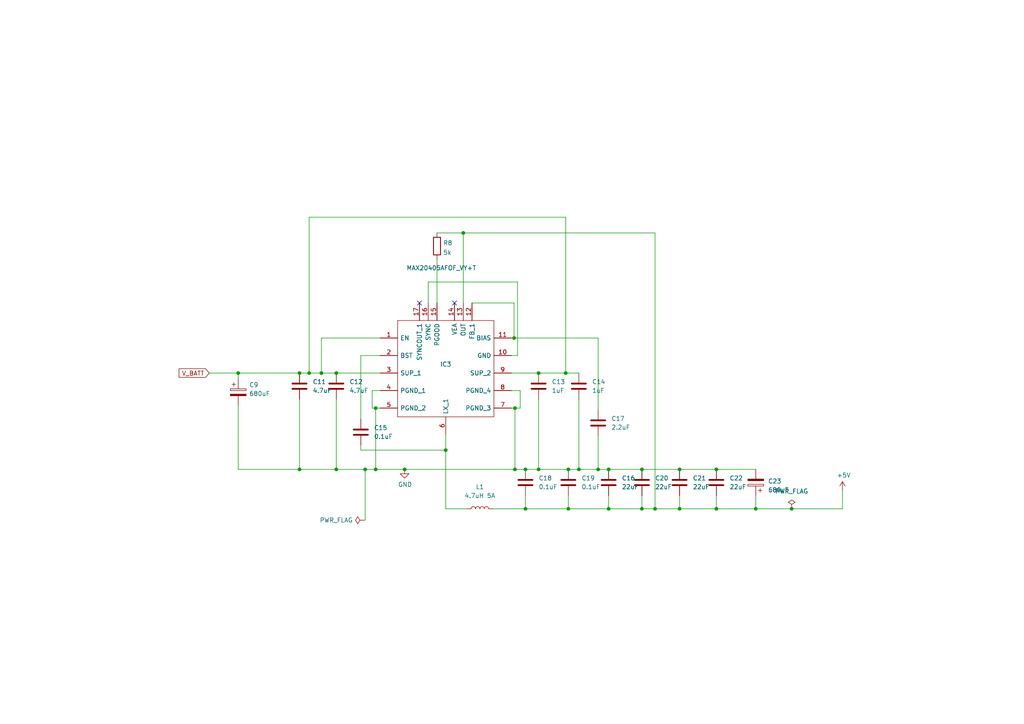
<source format=kicad_sch>
(kicad_sch (version 20230121) (generator eeschema)

  (uuid 94aa412e-0b7f-4c4e-896e-55c5e2ed7b08)

  (paper "A4")

  (lib_symbols
    (symbol "Device:C" (pin_numbers hide) (pin_names (offset 0.254)) (in_bom yes) (on_board yes)
      (property "Reference" "C" (at 0.635 2.54 0)
        (effects (font (size 1.27 1.27)) (justify left))
      )
      (property "Value" "C" (at 0.635 -2.54 0)
        (effects (font (size 1.27 1.27)) (justify left))
      )
      (property "Footprint" "" (at 0.9652 -3.81 0)
        (effects (font (size 1.27 1.27)) hide)
      )
      (property "Datasheet" "~" (at 0 0 0)
        (effects (font (size 1.27 1.27)) hide)
      )
      (property "ki_keywords" "cap capacitor" (at 0 0 0)
        (effects (font (size 1.27 1.27)) hide)
      )
      (property "ki_description" "Unpolarized capacitor" (at 0 0 0)
        (effects (font (size 1.27 1.27)) hide)
      )
      (property "ki_fp_filters" "C_*" (at 0 0 0)
        (effects (font (size 1.27 1.27)) hide)
      )
      (symbol "C_0_1"
        (polyline
          (pts
            (xy -2.032 -0.762)
            (xy 2.032 -0.762)
          )
          (stroke (width 0.508) (type default))
          (fill (type none))
        )
        (polyline
          (pts
            (xy -2.032 0.762)
            (xy 2.032 0.762)
          )
          (stroke (width 0.508) (type default))
          (fill (type none))
        )
      )
      (symbol "C_1_1"
        (pin passive line (at 0 3.81 270) (length 2.794)
          (name "~" (effects (font (size 1.27 1.27))))
          (number "1" (effects (font (size 1.27 1.27))))
        )
        (pin passive line (at 0 -3.81 90) (length 2.794)
          (name "~" (effects (font (size 1.27 1.27))))
          (number "2" (effects (font (size 1.27 1.27))))
        )
      )
    )
    (symbol "Device:C_Polarized" (pin_numbers hide) (pin_names (offset 0.254)) (in_bom yes) (on_board yes)
      (property "Reference" "C" (at 0.635 2.54 0)
        (effects (font (size 1.27 1.27)) (justify left))
      )
      (property "Value" "C_Polarized" (at 0.635 -2.54 0)
        (effects (font (size 1.27 1.27)) (justify left))
      )
      (property "Footprint" "" (at 0.9652 -3.81 0)
        (effects (font (size 1.27 1.27)) hide)
      )
      (property "Datasheet" "~" (at 0 0 0)
        (effects (font (size 1.27 1.27)) hide)
      )
      (property "ki_keywords" "cap capacitor" (at 0 0 0)
        (effects (font (size 1.27 1.27)) hide)
      )
      (property "ki_description" "Polarized capacitor" (at 0 0 0)
        (effects (font (size 1.27 1.27)) hide)
      )
      (property "ki_fp_filters" "CP_*" (at 0 0 0)
        (effects (font (size 1.27 1.27)) hide)
      )
      (symbol "C_Polarized_0_1"
        (rectangle (start -2.286 0.508) (end 2.286 1.016)
          (stroke (width 0) (type default))
          (fill (type none))
        )
        (polyline
          (pts
            (xy -1.778 2.286)
            (xy -0.762 2.286)
          )
          (stroke (width 0) (type default))
          (fill (type none))
        )
        (polyline
          (pts
            (xy -1.27 2.794)
            (xy -1.27 1.778)
          )
          (stroke (width 0) (type default))
          (fill (type none))
        )
        (rectangle (start 2.286 -0.508) (end -2.286 -1.016)
          (stroke (width 0) (type default))
          (fill (type outline))
        )
      )
      (symbol "C_Polarized_1_1"
        (pin passive line (at 0 3.81 270) (length 2.794)
          (name "~" (effects (font (size 1.27 1.27))))
          (number "1" (effects (font (size 1.27 1.27))))
        )
        (pin passive line (at 0 -3.81 90) (length 2.794)
          (name "~" (effects (font (size 1.27 1.27))))
          (number "2" (effects (font (size 1.27 1.27))))
        )
      )
    )
    (symbol "Device:L" (pin_numbers hide) (pin_names (offset 1.016) hide) (in_bom yes) (on_board yes)
      (property "Reference" "L" (at -1.27 0 90)
        (effects (font (size 1.27 1.27)))
      )
      (property "Value" "L" (at 1.905 0 90)
        (effects (font (size 1.27 1.27)))
      )
      (property "Footprint" "" (at 0 0 0)
        (effects (font (size 1.27 1.27)) hide)
      )
      (property "Datasheet" "~" (at 0 0 0)
        (effects (font (size 1.27 1.27)) hide)
      )
      (property "ki_keywords" "inductor choke coil reactor magnetic" (at 0 0 0)
        (effects (font (size 1.27 1.27)) hide)
      )
      (property "ki_description" "Inductor" (at 0 0 0)
        (effects (font (size 1.27 1.27)) hide)
      )
      (property "ki_fp_filters" "Choke_* *Coil* Inductor_* L_*" (at 0 0 0)
        (effects (font (size 1.27 1.27)) hide)
      )
      (symbol "L_0_1"
        (arc (start 0 -2.54) (mid 0.6323 -1.905) (end 0 -1.27)
          (stroke (width 0) (type default))
          (fill (type none))
        )
        (arc (start 0 -1.27) (mid 0.6323 -0.635) (end 0 0)
          (stroke (width 0) (type default))
          (fill (type none))
        )
        (arc (start 0 0) (mid 0.6323 0.635) (end 0 1.27)
          (stroke (width 0) (type default))
          (fill (type none))
        )
        (arc (start 0 1.27) (mid 0.6323 1.905) (end 0 2.54)
          (stroke (width 0) (type default))
          (fill (type none))
        )
      )
      (symbol "L_1_1"
        (pin passive line (at 0 3.81 270) (length 1.27)
          (name "1" (effects (font (size 1.27 1.27))))
          (number "1" (effects (font (size 1.27 1.27))))
        )
        (pin passive line (at 0 -3.81 90) (length 1.27)
          (name "2" (effects (font (size 1.27 1.27))))
          (number "2" (effects (font (size 1.27 1.27))))
        )
      )
    )
    (symbol "Device:R" (pin_numbers hide) (pin_names (offset 0)) (in_bom yes) (on_board yes)
      (property "Reference" "R" (at 2.032 0 90)
        (effects (font (size 1.27 1.27)))
      )
      (property "Value" "R" (at 0 0 90)
        (effects (font (size 1.27 1.27)))
      )
      (property "Footprint" "" (at -1.778 0 90)
        (effects (font (size 1.27 1.27)) hide)
      )
      (property "Datasheet" "~" (at 0 0 0)
        (effects (font (size 1.27 1.27)) hide)
      )
      (property "ki_keywords" "R res resistor" (at 0 0 0)
        (effects (font (size 1.27 1.27)) hide)
      )
      (property "ki_description" "Resistor" (at 0 0 0)
        (effects (font (size 1.27 1.27)) hide)
      )
      (property "ki_fp_filters" "R_*" (at 0 0 0)
        (effects (font (size 1.27 1.27)) hide)
      )
      (symbol "R_0_1"
        (rectangle (start -1.016 -2.54) (end 1.016 2.54)
          (stroke (width 0.254) (type default))
          (fill (type none))
        )
      )
      (symbol "R_1_1"
        (pin passive line (at 0 3.81 270) (length 1.27)
          (name "~" (effects (font (size 1.27 1.27))))
          (number "1" (effects (font (size 1.27 1.27))))
        )
        (pin passive line (at 0 -3.81 90) (length 1.27)
          (name "~" (effects (font (size 1.27 1.27))))
          (number "2" (effects (font (size 1.27 1.27))))
        )
      )
    )
    (symbol "MAX2040:MAX20405AFOF_VY+T" (pin_names (offset 0.762)) (in_bom yes) (on_board yes)
      (property "Reference" "IC3" (at 19.05 -10.16 0)
        (effects (font (size 1.27 1.27)))
      )
      (property "Value" "MAX20405AFOF_VY+T" (at 17.78 17.78 0)
        (effects (font (size 1.27 1.27)))
      )
      (property "Footprint" "MAX2040:MAX2040" (at 49.53 -6.35 0)
        (effects (font (size 1.27 1.27)) (justify left) hide)
      )
      (property "Datasheet" "http://www.maximintegrated.com/MAX20405" (at 52.07 3.81 0)
        (effects (font (size 1.27 1.27)) (justify left) hide)
      )
      (property "Height" "0.8" (at 62.23 -22.86 0)
        (effects (font (size 1.27 1.27)) (justify left) hide)
      )
      (property "Description" "36V 4A/5A/6A Sync Low Iq Buck Converter in P90" (at 62.23 -2.54 0)
        (effects (font (size 1.27 1.27)) (justify left) hide)
      )
      (property "Mouser2 Part Number" "" (at 34.29 -7.62 0)
        (effects (font (size 1.27 1.27)) (justify left) hide)
      )
      (property "Mouser2 Price/Stock" "" (at 34.29 -10.16 0)
        (effects (font (size 1.27 1.27)) (justify left) hide)
      )
      (property "Manufacturer_Name" "Maxim Integrated" (at 50.8 -11.43 0)
        (effects (font (size 1.27 1.27)) (justify left) hide)
      )
      (property "Manufacturer_Part_Number" "MAX20405AFOF/VY+T" (at 48.26 -13.97 0)
        (effects (font (size 1.27 1.27)) (justify left) hide)
      )
      (property "Digikey" "175-MAX20405AFOD/VY+-ND" (at 22.86 -44.45 0)
        (effects (font (size 1.27 1.27)) hide)
      )
      (property "Part Number" "MAX20405AFOD/VY+" (at 22.86 -40.64 0)
        (effects (font (size 1.27 1.27)) hide)
      )
      (property "Stock_PN" "U-MAX20405" (at 22.86 -38.1 0)
        (effects (font (size 1.27 1.27)) hide)
      )
      (property "ki_description" "36V 4A/5A/6A Sync Low Iq Buck Converter in P90" (at 0 0 0)
        (effects (font (size 1.27 1.27)) hide)
      )
      (symbol "MAX20405AFOF_VY+T_0_0"
        (pin passive line (at 0 -2.54 0) (length 5.08)
          (name "EN" (effects (font (size 1.27 1.27))))
          (number "1" (effects (font (size 1.27 1.27))))
        )
        (pin passive line (at 0 -7.62 0) (length 5.08)
          (name "BST" (effects (font (size 1.27 1.27))))
          (number "2" (effects (font (size 1.27 1.27))))
        )
        (pin passive line (at 0 -12.7 0) (length 5.08)
          (name "SUP_1" (effects (font (size 1.27 1.27))))
          (number "3" (effects (font (size 1.27 1.27))))
        )
        (pin passive line (at 0 -17.78 0) (length 5.08)
          (name "PGND_1" (effects (font (size 1.27 1.27))))
          (number "4" (effects (font (size 1.27 1.27))))
        )
        (pin passive line (at 0 -22.86 0) (length 5.08)
          (name "PGND_2" (effects (font (size 1.27 1.27))))
          (number "5" (effects (font (size 1.27 1.27))))
        )
      )
      (symbol "MAX20405AFOF_VY+T_0_1"
        (polyline
          (pts
            (xy 5.08 2.54)
            (xy 33.02 2.54)
            (xy 33.02 -25.4)
            (xy 5.08 -25.4)
            (xy 5.08 2.54)
          )
          (stroke (width 0.1524) (type default))
          (fill (type none))
        )
      )
      (symbol "MAX20405AFOF_VY+T_1_0"
        (pin passive line (at 38.1 -7.62 180) (length 5.08)
          (name "GND" (effects (font (size 1.27 1.27))))
          (number "10" (effects (font (size 1.27 1.27))))
        )
        (pin passive line (at 38.1 -2.54 180) (length 5.08)
          (name "BIAS" (effects (font (size 1.27 1.27))))
          (number "11" (effects (font (size 1.27 1.27))))
        )
        (pin passive line (at 26.67 7.62 270) (length 5.08)
          (name "FB_1" (effects (font (size 1.27 1.27))))
          (number "12" (effects (font (size 1.27 1.27))))
        )
        (pin passive line (at 24.13 7.62 270) (length 5.08)
          (name "OUT" (effects (font (size 1.27 1.27))))
          (number "13" (effects (font (size 1.27 1.27))))
        )
        (pin passive line (at 21.59 7.62 270) (length 5.08)
          (name "VEA" (effects (font (size 1.27 1.27))))
          (number "14" (effects (font (size 1.27 1.27))))
        )
        (pin passive line (at 16.51 7.62 270) (length 5.08)
          (name "PGOOD" (effects (font (size 1.27 1.27))))
          (number "15" (effects (font (size 1.27 1.27))))
        )
        (pin passive line (at 13.97 7.62 270) (length 5.08)
          (name "SYNC" (effects (font (size 1.27 1.27))))
          (number "16" (effects (font (size 1.27 1.27))))
        )
        (pin passive line (at 11.43 7.62 270) (length 5.08)
          (name "SYNCOUT_1" (effects (font (size 1.27 1.27))))
          (number "17" (effects (font (size 1.27 1.27))))
        )
        (pin passive line (at 19.05 -30.48 90) (length 5.08)
          (name "LX_1" (effects (font (size 1.27 1.27))))
          (number "6" (effects (font (size 1.27 1.27))))
        )
        (pin passive line (at 38.1 -22.86 180) (length 5.08)
          (name "PGND_3" (effects (font (size 1.27 1.27))))
          (number "7" (effects (font (size 1.27 1.27))))
        )
        (pin passive line (at 38.1 -17.78 180) (length 5.08)
          (name "PGND_4" (effects (font (size 1.27 1.27))))
          (number "8" (effects (font (size 1.27 1.27))))
        )
        (pin passive line (at 38.1 -12.7 180) (length 5.08)
          (name "SUP_2" (effects (font (size 1.27 1.27))))
          (number "9" (effects (font (size 1.27 1.27))))
        )
      )
    )
    (symbol "power:+5V" (power) (pin_names (offset 0)) (in_bom yes) (on_board yes)
      (property "Reference" "#PWR" (at 0 -3.81 0)
        (effects (font (size 1.27 1.27)) hide)
      )
      (property "Value" "+5V" (at 0 3.556 0)
        (effects (font (size 1.27 1.27)))
      )
      (property "Footprint" "" (at 0 0 0)
        (effects (font (size 1.27 1.27)) hide)
      )
      (property "Datasheet" "" (at 0 0 0)
        (effects (font (size 1.27 1.27)) hide)
      )
      (property "ki_keywords" "power-flag" (at 0 0 0)
        (effects (font (size 1.27 1.27)) hide)
      )
      (property "ki_description" "Power symbol creates a global label with name \"+5V\"" (at 0 0 0)
        (effects (font (size 1.27 1.27)) hide)
      )
      (symbol "+5V_0_1"
        (polyline
          (pts
            (xy -0.762 1.27)
            (xy 0 2.54)
          )
          (stroke (width 0) (type default))
          (fill (type none))
        )
        (polyline
          (pts
            (xy 0 0)
            (xy 0 2.54)
          )
          (stroke (width 0) (type default))
          (fill (type none))
        )
        (polyline
          (pts
            (xy 0 2.54)
            (xy 0.762 1.27)
          )
          (stroke (width 0) (type default))
          (fill (type none))
        )
      )
      (symbol "+5V_1_1"
        (pin power_in line (at 0 0 90) (length 0) hide
          (name "+5V" (effects (font (size 1.27 1.27))))
          (number "1" (effects (font (size 1.27 1.27))))
        )
      )
    )
    (symbol "power:GND" (power) (pin_names (offset 0)) (in_bom yes) (on_board yes)
      (property "Reference" "#PWR" (at 0 -6.35 0)
        (effects (font (size 1.27 1.27)) hide)
      )
      (property "Value" "GND" (at 0 -3.81 0)
        (effects (font (size 1.27 1.27)))
      )
      (property "Footprint" "" (at 0 0 0)
        (effects (font (size 1.27 1.27)) hide)
      )
      (property "Datasheet" "" (at 0 0 0)
        (effects (font (size 1.27 1.27)) hide)
      )
      (property "ki_keywords" "power-flag" (at 0 0 0)
        (effects (font (size 1.27 1.27)) hide)
      )
      (property "ki_description" "Power symbol creates a global label with name \"GND\" , ground" (at 0 0 0)
        (effects (font (size 1.27 1.27)) hide)
      )
      (symbol "GND_0_1"
        (polyline
          (pts
            (xy 0 0)
            (xy 0 -1.27)
            (xy 1.27 -1.27)
            (xy 0 -2.54)
            (xy -1.27 -1.27)
            (xy 0 -1.27)
          )
          (stroke (width 0) (type default))
          (fill (type none))
        )
      )
      (symbol "GND_1_1"
        (pin power_in line (at 0 0 270) (length 0) hide
          (name "GND" (effects (font (size 1.27 1.27))))
          (number "1" (effects (font (size 1.27 1.27))))
        )
      )
    )
    (symbol "power:PWR_FLAG" (power) (pin_numbers hide) (pin_names (offset 0) hide) (in_bom yes) (on_board yes)
      (property "Reference" "#FLG" (at 0 1.905 0)
        (effects (font (size 1.27 1.27)) hide)
      )
      (property "Value" "PWR_FLAG" (at 0 3.81 0)
        (effects (font (size 1.27 1.27)))
      )
      (property "Footprint" "" (at 0 0 0)
        (effects (font (size 1.27 1.27)) hide)
      )
      (property "Datasheet" "~" (at 0 0 0)
        (effects (font (size 1.27 1.27)) hide)
      )
      (property "ki_keywords" "power-flag" (at 0 0 0)
        (effects (font (size 1.27 1.27)) hide)
      )
      (property "ki_description" "Special symbol for telling ERC where power comes from" (at 0 0 0)
        (effects (font (size 1.27 1.27)) hide)
      )
      (symbol "PWR_FLAG_0_0"
        (pin power_out line (at 0 0 90) (length 0)
          (name "pwr" (effects (font (size 1.27 1.27))))
          (number "1" (effects (font (size 1.27 1.27))))
        )
      )
      (symbol "PWR_FLAG_0_1"
        (polyline
          (pts
            (xy 0 0)
            (xy 0 1.27)
            (xy -1.016 1.905)
            (xy 0 2.54)
            (xy 1.016 1.905)
            (xy 0 1.27)
          )
          (stroke (width 0) (type default))
          (fill (type none))
        )
      )
    )
  )

  (junction (at 134.366 67.564) (diameter 0) (color 0 0 0 0)
    (uuid 02ee9192-cca9-49da-943f-ef0b06e97233)
  )
  (junction (at 207.772 147.574) (diameter 0) (color 0 0 0 0)
    (uuid 03b6793f-1dfb-4e95-9bac-0c4e975f0706)
  )
  (junction (at 176.53 136.144) (diameter 0) (color 0 0 0 0)
    (uuid 114f0328-93a8-4fec-b264-6845df12165a)
  )
  (junction (at 129.286 130.556) (diameter 0) (color 0 0 0 0)
    (uuid 1948705c-cec9-4c37-b0bd-9a2f87cfe8c2)
  )
  (junction (at 186.182 147.574) (diameter 0) (color 0 0 0 0)
    (uuid 1d26462d-c2cc-41b5-8a3c-9456aeeaf476)
  )
  (junction (at 156.21 108.204) (diameter 0) (color 0 0 0 0)
    (uuid 214fd9b3-d897-4135-92bb-247011cb557a)
  )
  (junction (at 86.868 136.144) (diameter 0) (color 0 0 0 0)
    (uuid 2eae9663-9a08-462a-9e3f-765622ffff4b)
  )
  (junction (at 229.616 147.574) (diameter 0) (color 0 0 0 0)
    (uuid 40479c20-058c-484e-b863-69a44285444a)
  )
  (junction (at 149.098 98.044) (diameter 0) (color 0 0 0 0)
    (uuid 4b30189a-44c7-4ee5-84dd-353ecf585292)
  )
  (junction (at 207.772 136.144) (diameter 0) (color 0 0 0 0)
    (uuid 58c05df3-b097-47f6-baca-ea287adc674f)
  )
  (junction (at 164.846 136.144) (diameter 0) (color 0 0 0 0)
    (uuid 5f4390f4-c8cb-46cf-89fd-1636af8de516)
  )
  (junction (at 149.352 118.364) (diameter 0) (color 0 0 0 0)
    (uuid 6151647e-471b-4216-a0a9-44b600218dea)
  )
  (junction (at 149.352 136.144) (diameter 0) (color 0 0 0 0)
    (uuid 6c385e0d-443d-42af-9a29-38e7eaf5f529)
  )
  (junction (at 164.084 108.204) (diameter 0) (color 0 0 0 0)
    (uuid 6dc2aca7-9333-4c37-95bc-6e71b72f1fe4)
  )
  (junction (at 164.846 147.574) (diameter 0) (color 0 0 0 0)
    (uuid 72f871a5-e1c5-4f2a-8d41-484673d0575f)
  )
  (junction (at 197.104 136.144) (diameter 0) (color 0 0 0 0)
    (uuid 7e07cdd5-52e9-4ba1-8fc4-add49688cec0)
  )
  (junction (at 176.53 147.574) (diameter 0) (color 0 0 0 0)
    (uuid 86c43c9d-abd9-491f-ab74-0f5360b754b8)
  )
  (junction (at 117.348 136.144) (diameter 0) (color 0 0 0 0)
    (uuid 8ca8aeda-0bbd-4a02-8c31-dbfe6754556b)
  )
  (junction (at 93.218 108.204) (diameter 0) (color 0 0 0 0)
    (uuid 90d247d7-ce29-4f23-9d9b-2080bff57fe4)
  )
  (junction (at 108.966 118.364) (diameter 0) (color 0 0 0 0)
    (uuid 9450ae4a-b92e-4f2b-b504-4ffbfe172414)
  )
  (junction (at 108.966 136.144) (diameter 0) (color 0 0 0 0)
    (uuid a01930e4-da99-4a03-857c-cf429a34f3f1)
  )
  (junction (at 89.662 108.204) (diameter 0) (color 0 0 0 0)
    (uuid a397a1de-eaf2-4318-b5e6-bc5fafe0a83e)
  )
  (junction (at 152.4 147.574) (diameter 0) (color 0 0 0 0)
    (uuid a3cbf471-e7a4-462f-8a2a-790ff55703e3)
  )
  (junction (at 69.088 108.204) (diameter 0) (color 0 0 0 0)
    (uuid a3daef45-3600-4cf7-bae3-6fc570c20494)
  )
  (junction (at 197.104 147.574) (diameter 0) (color 0 0 0 0)
    (uuid a401a91f-c614-4921-8d06-290fea775ade)
  )
  (junction (at 219.202 147.574) (diameter 0) (color 0 0 0 0)
    (uuid a86a3780-48e7-49d7-a279-63847afcd02b)
  )
  (junction (at 167.894 136.144) (diameter 0) (color 0 0 0 0)
    (uuid a9144168-bcc2-4138-b758-fbfd6b11a3a7)
  )
  (junction (at 173.482 136.144) (diameter 0) (color 0 0 0 0)
    (uuid aa3526af-854e-4c04-bdd7-a7347f28ed03)
  )
  (junction (at 105.918 136.144) (diameter 0) (color 0 0 0 0)
    (uuid c4b20112-6aac-45a9-b2ec-dd171d72ca27)
  )
  (junction (at 97.536 136.144) (diameter 0) (color 0 0 0 0)
    (uuid e5366e62-8daa-4ab0-af6a-782277e268c2)
  )
  (junction (at 156.21 136.144) (diameter 0) (color 0 0 0 0)
    (uuid e53e4745-56fe-4d5d-a749-a37d9acedddd)
  )
  (junction (at 189.992 147.574) (diameter 0) (color 0 0 0 0)
    (uuid ec1ec13a-14e0-497e-ac5e-ffa448c6ef23)
  )
  (junction (at 186.182 136.144) (diameter 0) (color 0 0 0 0)
    (uuid f0f0b90f-ae35-41e4-921b-4be79ba9ff26)
  )
  (junction (at 86.868 108.204) (diameter 0) (color 0 0 0 0)
    (uuid f82ef931-e2a5-480f-847d-838e16aac76f)
  )
  (junction (at 97.536 108.204) (diameter 0) (color 0 0 0 0)
    (uuid f9b1899f-80a4-47bb-a135-c85e2206ba32)
  )
  (junction (at 152.4 136.144) (diameter 0) (color 0 0 0 0)
    (uuid fc761e8c-8a79-4557-8873-9534108f4acc)
  )

  (no_connect (at 131.826 87.884) (uuid 0a348959-952a-4df5-95a5-628c1f0c0f7a))
  (no_connect (at 121.666 87.884) (uuid b696514b-d540-4ac7-834f-8ccdb9698c14))

  (wire (pts (xy 148.336 113.284) (xy 150.876 113.284))
    (stroke (width 0) (type default))
    (uuid 06b3466c-8821-431a-bd03-749ef27a6631)
  )
  (wire (pts (xy 148.336 108.204) (xy 156.21 108.204))
    (stroke (width 0) (type default))
    (uuid 071891e1-244b-4415-a1d7-dc417d3999c5)
  )
  (wire (pts (xy 110.236 113.284) (xy 107.95 113.284))
    (stroke (width 0) (type default))
    (uuid 0a1dbb01-18fd-4660-8e12-8e152fe2ff3d)
  )
  (wire (pts (xy 69.088 117.602) (xy 69.088 136.144))
    (stroke (width 0) (type default))
    (uuid 0aef16a7-7a74-4fdb-8521-1a4b0cad1c2f)
  )
  (wire (pts (xy 134.366 67.564) (xy 134.366 87.884))
    (stroke (width 0) (type default))
    (uuid 0fff8513-58eb-4450-961c-edbb4df2aa12)
  )
  (wire (pts (xy 164.846 147.574) (xy 176.53 147.574))
    (stroke (width 0) (type default))
    (uuid 1228e476-e5fb-40ce-b3a9-969e7ae2f7d5)
  )
  (wire (pts (xy 156.21 108.204) (xy 164.084 108.204))
    (stroke (width 0) (type default))
    (uuid 129837f6-31da-457d-82f3-4f6da852d08f)
  )
  (wire (pts (xy 108.966 136.144) (xy 117.348 136.144))
    (stroke (width 0) (type default))
    (uuid 133911e8-6e2d-4f77-874a-3f80a39d4327)
  )
  (wire (pts (xy 149.098 87.884) (xy 149.098 98.044))
    (stroke (width 0) (type default))
    (uuid 1381f3fa-4be8-4bf0-a8c6-0023efad680e)
  )
  (wire (pts (xy 126.746 67.564) (xy 134.366 67.564))
    (stroke (width 0) (type default))
    (uuid 195d1e4e-d48e-42e2-803c-6740e9e96810)
  )
  (wire (pts (xy 86.868 115.824) (xy 86.868 136.144))
    (stroke (width 0) (type default))
    (uuid 2069b811-7881-416c-a195-367212153685)
  )
  (wire (pts (xy 89.662 108.204) (xy 93.218 108.204))
    (stroke (width 0) (type default))
    (uuid 232632b9-7d45-477f-9352-ddb78ea173a3)
  )
  (wire (pts (xy 176.53 143.764) (xy 176.53 147.574))
    (stroke (width 0) (type default))
    (uuid 237ce947-a75b-44f7-b2fd-4c666771efc6)
  )
  (wire (pts (xy 197.104 136.144) (xy 207.772 136.144))
    (stroke (width 0) (type default))
    (uuid 23f7ae15-d90d-42e7-ae5a-67ddbc270231)
  )
  (wire (pts (xy 219.202 143.764) (xy 219.202 147.574))
    (stroke (width 0) (type default))
    (uuid 35327187-1ba2-4969-b8d4-80394e48f34c)
  )
  (wire (pts (xy 149.098 98.044) (xy 173.482 98.044))
    (stroke (width 0) (type default))
    (uuid 37792d93-1c81-4fe8-bc33-47dc5bd61f28)
  )
  (wire (pts (xy 149.352 118.364) (xy 149.352 136.144))
    (stroke (width 0) (type default))
    (uuid 3a3aa031-7226-4874-a336-2e1da94c6951)
  )
  (wire (pts (xy 89.662 62.992) (xy 89.662 108.204))
    (stroke (width 0) (type default))
    (uuid 3b273145-6d32-4544-8fb7-5411282335b8)
  )
  (wire (pts (xy 86.868 136.144) (xy 97.536 136.144))
    (stroke (width 0) (type default))
    (uuid 3bbc42a0-8878-459e-a775-7d7e0237390a)
  )
  (wire (pts (xy 124.206 81.788) (xy 150.114 81.788))
    (stroke (width 0) (type default))
    (uuid 3c981867-9b72-457a-8e03-c4ebb0f8b0c3)
  )
  (wire (pts (xy 108.966 118.364) (xy 110.236 118.364))
    (stroke (width 0) (type default))
    (uuid 3ca3db0b-385c-49cb-afe1-dc26dd21b149)
  )
  (wire (pts (xy 143.002 147.574) (xy 152.4 147.574))
    (stroke (width 0) (type default))
    (uuid 3ee48af3-e01b-4450-81c3-82c4b54bd400)
  )
  (wire (pts (xy 93.218 108.204) (xy 97.536 108.204))
    (stroke (width 0) (type default))
    (uuid 4460a65c-904a-42e2-98b2-f98cf194b161)
  )
  (wire (pts (xy 152.4 147.574) (xy 164.846 147.574))
    (stroke (width 0) (type default))
    (uuid 4ab3b18e-7608-4cf4-a6f0-6e314510799b)
  )
  (wire (pts (xy 69.088 108.204) (xy 86.868 108.204))
    (stroke (width 0) (type default))
    (uuid 4c02bbd2-5d51-4c6e-ba28-98ea4a29052b)
  )
  (wire (pts (xy 164.846 136.144) (xy 167.894 136.144))
    (stroke (width 0) (type default))
    (uuid 4cddc499-8940-40d5-ab14-ebdc22779430)
  )
  (wire (pts (xy 244.348 142.24) (xy 244.348 147.574))
    (stroke (width 0) (type default))
    (uuid 4fb7168b-3c5b-4bda-9015-2009a8a6b8a9)
  )
  (wire (pts (xy 105.918 136.144) (xy 105.918 150.876))
    (stroke (width 0) (type default))
    (uuid 518406ed-5b76-4773-8ef6-682ce8bf8c80)
  )
  (wire (pts (xy 148.336 118.364) (xy 149.352 118.364))
    (stroke (width 0) (type default))
    (uuid 55c874a2-1dc0-488f-9193-7c718b3ac505)
  )
  (wire (pts (xy 105.918 136.144) (xy 108.966 136.144))
    (stroke (width 0) (type default))
    (uuid 59f7e405-9912-4632-bfea-f1fcfcdeafd6)
  )
  (wire (pts (xy 104.648 103.124) (xy 104.648 121.539))
    (stroke (width 0) (type default))
    (uuid 5f43430b-f15f-48a7-abe6-7e35e3195ef3)
  )
  (wire (pts (xy 97.536 115.824) (xy 97.536 136.144))
    (stroke (width 0) (type default))
    (uuid 60b2421b-b20e-412e-85d6-67242d19cd1a)
  )
  (wire (pts (xy 173.482 126.492) (xy 173.482 136.144))
    (stroke (width 0) (type default))
    (uuid 61bb5241-2836-46b4-a3f7-c74d9d040528)
  )
  (wire (pts (xy 164.846 143.764) (xy 164.846 147.574))
    (stroke (width 0) (type default))
    (uuid 6a54f90e-c824-44aa-8aa6-52ce6fcc404d)
  )
  (wire (pts (xy 104.648 103.124) (xy 110.236 103.124))
    (stroke (width 0) (type default))
    (uuid 6db6052d-5ef5-4ead-8827-033f5387c2bc)
  )
  (wire (pts (xy 93.218 98.044) (xy 93.218 108.204))
    (stroke (width 0) (type default))
    (uuid 6f9089fc-d47a-436a-b0bc-a65fc230d49b)
  )
  (wire (pts (xy 136.906 87.884) (xy 149.098 87.884))
    (stroke (width 0) (type default))
    (uuid 7826754c-63c3-4ddd-bb0a-34772ca46188)
  )
  (wire (pts (xy 104.648 130.556) (xy 129.286 130.556))
    (stroke (width 0) (type default))
    (uuid 78fedfbd-3a41-413a-9e03-a3934a6d3474)
  )
  (wire (pts (xy 152.4 143.764) (xy 152.4 147.574))
    (stroke (width 0) (type default))
    (uuid 8a514fbf-6ddb-4385-a8da-e6ecdc3bd772)
  )
  (wire (pts (xy 186.182 147.574) (xy 189.992 147.574))
    (stroke (width 0) (type default))
    (uuid 8b8c7351-e5ac-4200-bd63-ead58a880a9e)
  )
  (wire (pts (xy 97.536 136.144) (xy 105.918 136.144))
    (stroke (width 0) (type default))
    (uuid 8c0a6acb-ac8b-4137-840e-59c946ecc648)
  )
  (wire (pts (xy 129.286 147.574) (xy 135.382 147.574))
    (stroke (width 0) (type default))
    (uuid 8db2982d-b456-4b4c-8473-b23a3c95ab62)
  )
  (wire (pts (xy 197.104 147.574) (xy 207.772 147.574))
    (stroke (width 0) (type default))
    (uuid 93b6a063-b034-4732-91a0-e729e502ed5e)
  )
  (wire (pts (xy 189.992 147.574) (xy 189.992 67.564))
    (stroke (width 0) (type default))
    (uuid 995ed827-56fd-4edb-8e23-06a7a4e50271)
  )
  (wire (pts (xy 156.21 136.144) (xy 164.846 136.144))
    (stroke (width 0) (type default))
    (uuid a03eac8d-219e-4fd3-a7df-2ef9c6aee60b)
  )
  (wire (pts (xy 186.182 143.764) (xy 186.182 147.574))
    (stroke (width 0) (type default))
    (uuid a99e6461-fbac-4d0e-8e26-3277365d4679)
  )
  (wire (pts (xy 164.084 108.204) (xy 164.084 62.992))
    (stroke (width 0) (type default))
    (uuid aabac9f3-3a5d-4d7c-83ee-7578156bd6b6)
  )
  (wire (pts (xy 189.992 147.574) (xy 197.104 147.574))
    (stroke (width 0) (type default))
    (uuid aaf09f30-9871-4054-89c0-a0348df5d5ce)
  )
  (wire (pts (xy 97.536 108.204) (xy 110.236 108.204))
    (stroke (width 0) (type default))
    (uuid ad39d312-6616-4b67-9961-14e5c9b9827d)
  )
  (wire (pts (xy 164.084 108.204) (xy 167.894 108.204))
    (stroke (width 0) (type default))
    (uuid adeb9113-ae72-4e0f-b4e2-c69f24dd0dfb)
  )
  (wire (pts (xy 149.098 98.044) (xy 148.336 98.044))
    (stroke (width 0) (type default))
    (uuid b0f74e78-d352-4086-b5c5-755732fb363c)
  )
  (wire (pts (xy 176.53 136.144) (xy 186.182 136.144))
    (stroke (width 0) (type default))
    (uuid b2521910-5f05-448d-afea-51348c8bd49d)
  )
  (wire (pts (xy 197.104 143.764) (xy 197.104 147.574))
    (stroke (width 0) (type default))
    (uuid b3a9319b-4c60-49ec-bd25-27400a64697e)
  )
  (wire (pts (xy 105.664 150.876) (xy 105.918 150.876))
    (stroke (width 0) (type default))
    (uuid b44f3b12-269a-4646-826e-7cf4b06919c0)
  )
  (wire (pts (xy 186.182 136.144) (xy 197.104 136.144))
    (stroke (width 0) (type default))
    (uuid b7ed8c50-9940-4bcc-bbef-1af51ad927f8)
  )
  (wire (pts (xy 117.348 136.144) (xy 149.352 136.144))
    (stroke (width 0) (type default))
    (uuid b89202dc-1e38-4407-899b-bbc17bef6fa6)
  )
  (wire (pts (xy 69.088 136.144) (xy 86.868 136.144))
    (stroke (width 0) (type default))
    (uuid bc3ec383-903c-4a83-b972-b0e2d12f26a9)
  )
  (wire (pts (xy 176.53 147.574) (xy 186.182 147.574))
    (stroke (width 0) (type default))
    (uuid c1993018-7756-40c6-8b78-c14c4a7d1540)
  )
  (wire (pts (xy 207.772 136.144) (xy 219.202 136.144))
    (stroke (width 0) (type default))
    (uuid c67c8543-e9c9-40e4-93a8-7a403f48e835)
  )
  (wire (pts (xy 148.336 103.124) (xy 150.114 103.124))
    (stroke (width 0) (type default))
    (uuid c9542016-1ea3-45c9-8086-12fbc6d01717)
  )
  (wire (pts (xy 173.482 136.144) (xy 176.53 136.144))
    (stroke (width 0) (type default))
    (uuid cbd7f61c-122c-476f-b911-10756df799b8)
  )
  (wire (pts (xy 150.876 113.284) (xy 150.876 118.364))
    (stroke (width 0) (type default))
    (uuid d1f4f2d3-f501-46aa-b32d-261d261991dc)
  )
  (wire (pts (xy 126.746 87.884) (xy 126.746 75.184))
    (stroke (width 0) (type default))
    (uuid d25db347-7081-4429-881e-ddf7c122135a)
  )
  (wire (pts (xy 149.352 136.144) (xy 152.4 136.144))
    (stroke (width 0) (type default))
    (uuid d31d8a48-1962-47b1-8266-8782907d0e16)
  )
  (wire (pts (xy 167.894 136.144) (xy 173.482 136.144))
    (stroke (width 0) (type default))
    (uuid d5cd12d5-a2b0-49f4-87fa-064fece0e4eb)
  )
  (wire (pts (xy 164.084 62.992) (xy 89.662 62.992))
    (stroke (width 0) (type default))
    (uuid d9121d16-a1a4-4d36-ad07-2588fe171978)
  )
  (wire (pts (xy 104.648 129.159) (xy 104.648 130.556))
    (stroke (width 0) (type default))
    (uuid db17d534-4f67-44c5-9382-c676c9173784)
  )
  (wire (pts (xy 86.868 108.204) (xy 89.662 108.204))
    (stroke (width 0) (type default))
    (uuid db884b6f-3e9b-462e-a1ac-5cef023dd813)
  )
  (wire (pts (xy 152.4 136.144) (xy 156.21 136.144))
    (stroke (width 0) (type default))
    (uuid df4dcf19-ca2f-4bf8-b49d-da7480dcdf25)
  )
  (wire (pts (xy 107.95 118.364) (xy 108.966 118.364))
    (stroke (width 0) (type default))
    (uuid e174efba-addf-4d0e-8664-0ced03318121)
  )
  (wire (pts (xy 167.894 115.824) (xy 167.894 136.144))
    (stroke (width 0) (type default))
    (uuid e17501cf-bbb9-40ce-baa1-676592d393d0)
  )
  (wire (pts (xy 134.366 67.564) (xy 189.992 67.564))
    (stroke (width 0) (type default))
    (uuid e3eb5acd-f4a3-4657-aeb7-9a80436d63d3)
  )
  (wire (pts (xy 108.966 118.364) (xy 108.966 136.144))
    (stroke (width 0) (type default))
    (uuid e63d1c01-1a91-461e-803b-12627a4ee24b)
  )
  (wire (pts (xy 207.772 147.574) (xy 219.202 147.574))
    (stroke (width 0) (type default))
    (uuid e65ec3c3-04be-4008-957b-5df1fc8443bf)
  )
  (wire (pts (xy 156.21 115.824) (xy 156.21 136.144))
    (stroke (width 0) (type default))
    (uuid e71ad262-c240-4a49-9b2c-88e77b513a63)
  )
  (wire (pts (xy 129.286 130.556) (xy 129.286 147.574))
    (stroke (width 0) (type default))
    (uuid ea42424b-ebed-497e-9f0a-2a0714d730ce)
  )
  (wire (pts (xy 150.114 81.788) (xy 150.114 103.124))
    (stroke (width 0) (type default))
    (uuid ea719eec-4e1c-4516-a7e1-686fbc305da2)
  )
  (wire (pts (xy 60.706 108.204) (xy 69.088 108.204))
    (stroke (width 0) (type default))
    (uuid ec4c93f0-702b-4fda-b06f-c07a772113e1)
  )
  (wire (pts (xy 129.286 125.984) (xy 129.286 130.556))
    (stroke (width 0) (type default))
    (uuid ee947c45-38b4-4d82-a2cb-67b6963d55fc)
  )
  (wire (pts (xy 69.088 108.204) (xy 69.088 109.982))
    (stroke (width 0) (type default))
    (uuid eee70bde-1d75-4be5-90ca-c1f55374d522)
  )
  (wire (pts (xy 173.482 98.044) (xy 173.482 118.872))
    (stroke (width 0) (type default))
    (uuid ef6d7f0f-78b1-4b69-ae23-37a08981666d)
  )
  (wire (pts (xy 107.95 113.284) (xy 107.95 118.364))
    (stroke (width 0) (type default))
    (uuid f15abac1-ee45-4a26-a813-cba93a57dc70)
  )
  (wire (pts (xy 93.218 98.044) (xy 110.236 98.044))
    (stroke (width 0) (type default))
    (uuid f167c86a-50a4-46f0-97a1-c081fe909e3d)
  )
  (wire (pts (xy 207.772 143.764) (xy 207.772 147.574))
    (stroke (width 0) (type default))
    (uuid f5ca24f7-2ea7-4949-a8f7-c7610fd30a92)
  )
  (wire (pts (xy 219.202 147.574) (xy 229.616 147.574))
    (stroke (width 0) (type default))
    (uuid f82df1f5-2f85-4380-8b8f-cd60bf4f5c24)
  )
  (wire (pts (xy 229.616 147.574) (xy 244.348 147.574))
    (stroke (width 0) (type default))
    (uuid f8bb9051-5e0d-4245-ad15-baa846d04242)
  )
  (wire (pts (xy 124.206 87.884) (xy 124.206 81.788))
    (stroke (width 0) (type default))
    (uuid fe115485-1f75-4d79-8623-7479cca6cbfa)
  )
  (wire (pts (xy 149.352 118.364) (xy 150.876 118.364))
    (stroke (width 0) (type default))
    (uuid ff7fcc79-dcbd-4a9e-83f2-b8cde4fa483b)
  )

  (global_label "V_BATT" (shape input) (at 60.706 108.204 180) (fields_autoplaced)
    (effects (font (size 1.27 1.27)) (justify right))
    (uuid 66d28696-33c7-46d2-830a-d59fa45e0fa4)
    (property "Intersheetrefs" "${INTERSHEET_REFS}" (at 52.0318 108.2834 0)
      (effects (font (size 1.27 1.27)) (justify right) hide)
    )
  )

  (symbol (lib_id "Device:C") (at 104.648 125.349 0) (unit 1)
    (in_bom yes) (on_board yes) (dnp no) (fields_autoplaced)
    (uuid 08d1a9b5-2553-40b6-b817-520369e20caf)
    (property "Reference" "C15" (at 108.458 124.0789 0)
      (effects (font (size 1.27 1.27)) (justify left))
    )
    (property "Value" "0.1uF" (at 108.458 126.6189 0)
      (effects (font (size 1.27 1.27)) (justify left))
    )
    (property "Footprint" "Capacitor_SMD:C_0603_1608Metric" (at 105.6132 129.159 0)
      (effects (font (size 1.27 1.27)) hide)
    )
    (property "Datasheet" "~" (at 104.648 125.349 0)
      (effects (font (size 1.27 1.27)) hide)
    )
    (property "Digikey" "1276-1935-1-ND" (at 104.648 125.349 0)
      (effects (font (size 1.27 1.27)) hide)
    )
    (property "Part Number" "CL10B104KC8NNNC" (at 104.648 125.349 0)
      (effects (font (size 1.27 1.27)) hide)
    )
    (property "Stock_PN" "C-603-.1uF-100V-X7R" (at 104.648 125.349 0)
      (effects (font (size 1.27 1.27)) hide)
    )
    (property "LCSC" "C15725" (at 104.648 125.349 0)
      (effects (font (size 1.27 1.27)) hide)
    )
    (pin "1" (uuid 9d1fb1c4-fdbc-41b4-8ed0-b38913d2c494))
    (pin "2" (uuid 9f1bc2d0-f064-4e58-abb0-3d2a4f752964))
    (instances
      (project "OM Landroid MB"
        (path "/c454102f-dc92-4550-9492-797fc8e6b49c/ea926745-863d-461e-9df3-dbf32112727b"
          (reference "C15") (unit 1)
        )
      )
    )
  )

  (symbol (lib_id "Device:C_Polarized") (at 69.088 113.792 0) (unit 1)
    (in_bom yes) (on_board yes) (dnp no) (fields_autoplaced)
    (uuid 1dbfe119-2837-4ceb-9076-5a2712ad0b2e)
    (property "Reference" "C9" (at 72.263 111.6329 0)
      (effects (font (size 1.27 1.27)) (justify left))
    )
    (property "Value" "680uF" (at 72.263 114.1729 0)
      (effects (font (size 1.27 1.27)) (justify left))
    )
    (property "Footprint" "Capacitor_SMD:CP_Elec_10x12.5" (at 70.0532 117.602 0)
      (effects (font (size 1.27 1.27)) hide)
    )
    (property "Datasheet" "~" (at 69.088 113.792 0)
      (effects (font (size 1.27 1.27)) hide)
    )
    (property "LCSC" "C2980172" (at 69.088 113.792 0)
      (effects (font (size 1.27 1.27)) hide)
    )
    (property "Part Number" "GVM1V681M1010" (at 69.088 113.792 0)
      (effects (font (size 1.27 1.27)) hide)
    )
    (property "Stock_PN" "CP-SMD-680uF-35V" (at 69.088 113.792 0)
      (effects (font (size 1.27 1.27)) hide)
    )
    (property "Digikey" "P124828TR-ND" (at 69.088 113.792 0)
      (effects (font (size 1.27 1.27)) hide)
    )
    (pin "1" (uuid b97eb57d-77e0-4e9b-9376-ed6bcb9e6212))
    (pin "2" (uuid 78cb6dc8-178f-4c7a-98de-d8547ea647ab))
    (instances
      (project "OM Landroid MB"
        (path "/c454102f-dc92-4550-9492-797fc8e6b49c/ea926745-863d-461e-9df3-dbf32112727b"
          (reference "C9") (unit 1)
        )
      )
    )
  )

  (symbol (lib_id "Device:C") (at 86.868 112.014 0) (unit 1)
    (in_bom yes) (on_board yes) (dnp no) (fields_autoplaced)
    (uuid 254c5ed7-6a5e-462f-bb7e-ae89a4710395)
    (property "Reference" "C11" (at 90.678 110.7439 0)
      (effects (font (size 1.27 1.27)) (justify left))
    )
    (property "Value" "4.7uF" (at 90.678 113.2839 0)
      (effects (font (size 1.27 1.27)) (justify left))
    )
    (property "Footprint" "Capacitor_SMD:C_1206_3216Metric" (at 87.8332 115.824 0)
      (effects (font (size 1.27 1.27)) hide)
    )
    (property "Datasheet" "~" (at 86.868 112.014 0)
      (effects (font (size 1.27 1.27)) hide)
    )
    (property "Digikey" "1276-3179-1-ND" (at 86.868 112.014 0)
      (effects (font (size 1.27 1.27)) hide)
    )
    (property "Part Number" "CL31B475KBHNFNE" (at 86.868 112.014 0)
      (effects (font (size 1.27 1.27)) hide)
    )
    (property "Stock_PN" "C-1206-4.7uF-50V-X7R" (at 86.868 112.014 0)
      (effects (font (size 1.27 1.27)) hide)
    )
    (property "LCSC" "C77096" (at 86.868 112.014 0)
      (effects (font (size 1.27 1.27)) hide)
    )
    (pin "1" (uuid 8cc39efe-e3ad-457c-875d-efa541f3f5ad))
    (pin "2" (uuid c656deaf-99e3-4eba-9bae-af5e3eb9a894))
    (instances
      (project "OM Landroid MB"
        (path "/c454102f-dc92-4550-9492-797fc8e6b49c/ea926745-863d-461e-9df3-dbf32112727b"
          (reference "C11") (unit 1)
        )
      )
    )
  )

  (symbol (lib_id "Device:R") (at 126.746 71.374 180) (unit 1)
    (in_bom yes) (on_board yes) (dnp no) (fields_autoplaced)
    (uuid 35a82379-5303-492f-8ae4-e5fbae3620c6)
    (property "Reference" "R8" (at 128.524 70.4655 0)
      (effects (font (size 1.27 1.27)) (justify right))
    )
    (property "Value" "5k" (at 128.524 73.2406 0)
      (effects (font (size 1.27 1.27)) (justify right))
    )
    (property "Footprint" "Resistor_SMD:R_0805_2012Metric_Pad1.20x1.40mm_HandSolder" (at 128.524 71.374 90)
      (effects (font (size 1.27 1.27)) hide)
    )
    (property "Datasheet" "~" (at 126.746 71.374 0)
      (effects (font (size 1.27 1.27)) hide)
    )
    (property "Config" "no not place" (at 126.746 71.374 0)
      (effects (font (size 1.27 1.27)) hide)
    )
    (property "DNP" "Y" (at 126.746 71.374 0)
      (effects (font (size 1.27 1.27)) hide)
    )
    (pin "1" (uuid 26f1a044-5bdc-4b9e-aa49-84c9e06e4234))
    (pin "2" (uuid e1a153e4-6409-4aff-b3cb-ef8ad8c2c88e))
    (instances
      (project "OM Landroid MB"
        (path "/c454102f-dc92-4550-9492-797fc8e6b49c/ea926745-863d-461e-9df3-dbf32112727b"
          (reference "R8") (unit 1)
        )
      )
    )
  )

  (symbol (lib_id "Device:L") (at 139.192 147.574 90) (unit 1)
    (in_bom yes) (on_board yes) (dnp no) (fields_autoplaced)
    (uuid 37b9c720-0c02-41f5-8880-c0bb97743a0d)
    (property "Reference" "L1" (at 139.192 141.224 90)
      (effects (font (size 1.27 1.27)))
    )
    (property "Value" "4.7uH 5A" (at 139.192 143.764 90)
      (effects (font (size 1.27 1.27)))
    )
    (property "Footprint" "Inductor_SMD:L_Vishay_IHLP-2525" (at 139.192 147.574 0)
      (effects (font (size 1.27 1.27)) hide)
    )
    (property "Datasheet" "~" (at 139.192 147.574 0)
      (effects (font (size 1.27 1.27)) hide)
    )
    (property "Digikey" "732-3354-1-ND" (at 139.192 147.574 0)
      (effects (font (size 1.27 1.27)) hide)
    )
    (property "Part Number" "74437349047" (at 139.192 147.574 0)
      (effects (font (size 1.27 1.27)) hide)
    )
    (property "Stock_PN" "L-2525-47uH-5A" (at 139.192 147.574 0)
      (effects (font (size 1.27 1.27)) hide)
    )
    (pin "1" (uuid 6dd1db74-245e-43b3-901f-48eeae352add))
    (pin "2" (uuid f6518776-f90b-4ce6-b9c2-ad5c07d6e0df))
    (instances
      (project "OM Landroid MB"
        (path "/c454102f-dc92-4550-9492-797fc8e6b49c/ea926745-863d-461e-9df3-dbf32112727b"
          (reference "L1") (unit 1)
        )
      )
    )
  )

  (symbol (lib_id "power:PWR_FLAG") (at 229.616 147.574 0) (unit 1)
    (in_bom yes) (on_board yes) (dnp no) (fields_autoplaced)
    (uuid 3935cc4c-fd83-4144-a6f3-151fe6ee58c5)
    (property "Reference" "#FLG0102" (at 229.616 145.669 0)
      (effects (font (size 1.27 1.27)) hide)
    )
    (property "Value" "PWR_FLAG" (at 229.616 142.494 0)
      (effects (font (size 1.27 1.27)))
    )
    (property "Footprint" "" (at 229.616 147.574 0)
      (effects (font (size 1.27 1.27)) hide)
    )
    (property "Datasheet" "~" (at 229.616 147.574 0)
      (effects (font (size 1.27 1.27)) hide)
    )
    (pin "1" (uuid b90406c9-9fef-4311-a35a-90cc64acc0e7))
    (instances
      (project "OM Landroid MB"
        (path "/c454102f-dc92-4550-9492-797fc8e6b49c/ea926745-863d-461e-9df3-dbf32112727b"
          (reference "#FLG0102") (unit 1)
        )
      )
    )
  )

  (symbol (lib_id "Device:C_Polarized") (at 219.202 139.954 180) (unit 1)
    (in_bom yes) (on_board yes) (dnp no) (fields_autoplaced)
    (uuid 5017618a-3028-4818-b382-40d730510d49)
    (property "Reference" "C23" (at 222.758 139.573 0)
      (effects (font (size 1.27 1.27)) (justify right))
    )
    (property "Value" "680uF" (at 222.758 142.113 0)
      (effects (font (size 1.27 1.27)) (justify right))
    )
    (property "Footprint" "Capacitor_SMD:CP_Elec_10x12.5" (at 218.2368 136.144 0)
      (effects (font (size 1.27 1.27)) hide)
    )
    (property "Datasheet" "~" (at 219.202 139.954 0)
      (effects (font (size 1.27 1.27)) hide)
    )
    (property "LCSC" "C2980172" (at 219.202 139.954 0)
      (effects (font (size 1.27 1.27)) hide)
    )
    (property "Part Number" "GVM1V681M1010" (at 219.202 139.954 0)
      (effects (font (size 1.27 1.27)) hide)
    )
    (property "Stock_PN" "CP-SMD-680uF-35V" (at 219.202 139.954 0)
      (effects (font (size 1.27 1.27)) hide)
    )
    (property "Digikey" "P124828TR-ND" (at 219.202 139.954 0)
      (effects (font (size 1.27 1.27)) hide)
    )
    (pin "1" (uuid 458707da-8dae-4760-b7c9-93643932d7d1))
    (pin "2" (uuid 0feb15d4-f0de-4261-befa-4b47dfeb9c3c))
    (instances
      (project "OM Landroid MB"
        (path "/c454102f-dc92-4550-9492-797fc8e6b49c/ea926745-863d-461e-9df3-dbf32112727b"
          (reference "C23") (unit 1)
        )
      )
    )
  )

  (symbol (lib_id "Device:C") (at 176.53 139.954 0) (unit 1)
    (in_bom yes) (on_board yes) (dnp no) (fields_autoplaced)
    (uuid 6c85cb61-e608-41d9-a9a0-a01bb91eacd5)
    (property "Reference" "C16" (at 180.34 138.6839 0)
      (effects (font (size 1.27 1.27)) (justify left))
    )
    (property "Value" "22uF" (at 180.34 141.2239 0)
      (effects (font (size 1.27 1.27)) (justify left))
    )
    (property "Footprint" "Capacitor_SMD:C_1206_3216Metric" (at 177.4952 143.764 0)
      (effects (font (size 1.27 1.27)) hide)
    )
    (property "Datasheet" "~" (at 176.53 139.954 0)
      (effects (font (size 1.27 1.27)) hide)
    )
    (property "Digikey" "1276-3148-1-ND" (at 176.53 139.954 0)
      (effects (font (size 1.27 1.27)) hide)
    )
    (property "Part Number" "CL31B226MPHNNNE" (at 176.53 139.954 0)
      (effects (font (size 1.27 1.27)) hide)
    )
    (property "Stock_PN" "C-1206-22uF-10V-X7R" (at 176.53 139.954 0)
      (effects (font (size 1.27 1.27)) hide)
    )
    (property "LCSC" "C87996" (at 176.53 139.954 0)
      (effects (font (size 1.27 1.27)) hide)
    )
    (pin "1" (uuid e2e2dee3-6cad-4edd-b31a-7b8049e01758))
    (pin "2" (uuid 94c12c37-a84a-468d-a1f5-e6c5c2edb125))
    (instances
      (project "OM Landroid MB"
        (path "/c454102f-dc92-4550-9492-797fc8e6b49c/ea926745-863d-461e-9df3-dbf32112727b"
          (reference "C16") (unit 1)
        )
      )
    )
  )

  (symbol (lib_id "MAX2040:MAX20405AFOF_VY+T") (at 110.236 95.504 0) (unit 1)
    (in_bom yes) (on_board yes) (dnp no) (fields_autoplaced)
    (uuid 702b5df8-1b97-4214-ab82-bdb1bd71f9f8)
    (property "Reference" "IC3" (at 129.286 105.664 0)
      (effects (font (size 1.27 1.27)))
    )
    (property "Value" "MAX20405AFOF_VY+T" (at 128.016 77.724 0)
      (effects (font (size 1.27 1.27)))
    )
    (property "Footprint" "MAX2040:MAX2040" (at 159.766 101.854 0)
      (effects (font (size 1.27 1.27)) (justify left) hide)
    )
    (property "Datasheet" "http://www.maximintegrated.com/MAX20405" (at 162.306 91.694 0)
      (effects (font (size 1.27 1.27)) (justify left) hide)
    )
    (property "Description" "36V 4A/5A/6A Sync Low Iq Buck Converter in P90" (at 172.466 98.044 0)
      (effects (font (size 1.27 1.27)) (justify left) hide)
    )
    (property "Height" "0.8" (at 172.466 118.364 0)
      (effects (font (size 1.27 1.27)) (justify left) hide)
    )
    (property "Mouser2 Part Number" "" (at 144.526 103.124 0)
      (effects (font (size 1.27 1.27)) (justify left) hide)
    )
    (property "Mouser2 Price/Stock" "" (at 144.526 105.664 0)
      (effects (font (size 1.27 1.27)) (justify left) hide)
    )
    (property "Manufacturer_Name" "Maxim Integrated" (at 161.036 106.934 0)
      (effects (font (size 1.27 1.27)) (justify left) hide)
    )
    (property "Manufacturer_Part_Number" "MAX20405AFOF/VY+T" (at 158.496 109.474 0)
      (effects (font (size 1.27 1.27)) (justify left) hide)
    )
    (property "Digikey" "175-MAX20405AFOD/VY+-ND" (at 133.096 139.954 0)
      (effects (font (size 1.27 1.27)) hide)
    )
    (property "Part Number" "MAX20405AFOD/VY+" (at 133.096 136.144 0)
      (effects (font (size 1.27 1.27)) hide)
    )
    (property "Stock_PN" "U-MAX20405" (at 133.096 133.604 0)
      (effects (font (size 1.27 1.27)) hide)
    )
    (pin "1" (uuid 30b21c14-4bec-4d01-970a-03c2a6e6afc1))
    (pin "2" (uuid cbc741c2-12e1-426c-9fca-6256870a4973))
    (pin "3" (uuid 8a851ae0-8435-4a88-a2ae-565c8bc29d71))
    (pin "4" (uuid 428c5372-32aa-46e6-a832-c8b15e94cc5b))
    (pin "5" (uuid 0b41af70-66d7-47e0-ae7f-a51ee9abf457))
    (pin "10" (uuid 29c88dc3-a009-48ae-b70b-87a804fd31d6))
    (pin "11" (uuid daf5bb2c-0f1c-4d1f-8c20-6ded841b51df))
    (pin "12" (uuid cf282c2a-ad75-49b4-b66c-5fa039759d91))
    (pin "13" (uuid fb787aa0-c09c-48ab-b5c9-b9eb9dcae0e8))
    (pin "14" (uuid 2f198a10-9de1-4602-a35e-6118bf2eb8b5))
    (pin "15" (uuid 8c042ca0-c701-41a4-851b-c6196fd468b7))
    (pin "16" (uuid b8c7ca99-ee74-4923-8ec4-6deb6954bf7f))
    (pin "17" (uuid fa9fb29e-3a6d-4af8-ad67-bbec20010657))
    (pin "6" (uuid 06f4ef43-fcd4-4582-bad0-3459bf0aed5c))
    (pin "7" (uuid 66d2297c-5730-4412-bf47-36f1503974c3))
    (pin "8" (uuid 95633c6e-09d6-4307-aa3b-3c5ab73cee8d))
    (pin "9" (uuid add1e10f-4eb1-439f-8693-6fd567de9cf2))
    (instances
      (project "OM Landroid MB"
        (path "/c454102f-dc92-4550-9492-797fc8e6b49c/ea926745-863d-461e-9df3-dbf32112727b"
          (reference "IC3") (unit 1)
        )
      )
    )
  )

  (symbol (lib_id "Device:C") (at 173.482 122.682 0) (unit 1)
    (in_bom yes) (on_board yes) (dnp no) (fields_autoplaced)
    (uuid 76760d32-5bda-485c-ad1f-69a896d0e085)
    (property "Reference" "C17" (at 177.292 121.4119 0)
      (effects (font (size 1.27 1.27)) (justify left))
    )
    (property "Value" "2.2uF" (at 177.292 123.9519 0)
      (effects (font (size 1.27 1.27)) (justify left))
    )
    (property "Footprint" "Capacitor_SMD:C_0603_1608Metric" (at 174.4472 126.492 0)
      (effects (font (size 1.27 1.27)) hide)
    )
    (property "Datasheet" "~" (at 173.482 122.682 0)
      (effects (font (size 1.27 1.27)) hide)
    )
    (property "Digikey" "1276-1183-1-ND" (at 173.482 122.682 0)
      (effects (font (size 1.27 1.27)) hide)
    )
    (property "Part Number" "CL10A225KQ8NNNC" (at 173.482 122.682 0)
      (effects (font (size 1.27 1.27)) hide)
    )
    (property "Stock_PN" "C-603-2.2uF-6.3V-X5R" (at 173.482 122.682 0)
      (effects (font (size 1.27 1.27)) hide)
    )
    (property "LCSC" "C71000" (at 173.482 122.682 0)
      (effects (font (size 1.27 1.27)) hide)
    )
    (pin "1" (uuid 47520160-6c5c-4fba-a755-552759326f5f))
    (pin "2" (uuid fbee23d9-172b-4ff1-9eda-b087f8f50eb9))
    (instances
      (project "OM Landroid MB"
        (path "/c454102f-dc92-4550-9492-797fc8e6b49c/ea926745-863d-461e-9df3-dbf32112727b"
          (reference "C17") (unit 1)
        )
      )
    )
  )

  (symbol (lib_id "Device:C") (at 186.182 139.954 0) (unit 1)
    (in_bom yes) (on_board yes) (dnp no) (fields_autoplaced)
    (uuid 7842e280-4450-4a02-986b-2925335a0309)
    (property "Reference" "C20" (at 189.992 138.6839 0)
      (effects (font (size 1.27 1.27)) (justify left))
    )
    (property "Value" "22uF" (at 189.992 141.2239 0)
      (effects (font (size 1.27 1.27)) (justify left))
    )
    (property "Footprint" "Capacitor_SMD:C_1206_3216Metric" (at 187.1472 143.764 0)
      (effects (font (size 1.27 1.27)) hide)
    )
    (property "Datasheet" "~" (at 186.182 139.954 0)
      (effects (font (size 1.27 1.27)) hide)
    )
    (property "Digikey" "1276-3148-1-ND" (at 186.182 139.954 0)
      (effects (font (size 1.27 1.27)) hide)
    )
    (property "Part Number" "CL31B226MPHNNNE" (at 186.182 139.954 0)
      (effects (font (size 1.27 1.27)) hide)
    )
    (property "Stock_PN" "C-1206-22uF-10V-X7R" (at 186.182 139.954 0)
      (effects (font (size 1.27 1.27)) hide)
    )
    (property "LCSC" "C87996" (at 186.182 139.954 0)
      (effects (font (size 1.27 1.27)) hide)
    )
    (pin "1" (uuid 771967e8-cd5f-400a-af8d-de38437ca020))
    (pin "2" (uuid ae7d9cab-94f1-482c-a030-6c14062ad8be))
    (instances
      (project "OM Landroid MB"
        (path "/c454102f-dc92-4550-9492-797fc8e6b49c/ea926745-863d-461e-9df3-dbf32112727b"
          (reference "C20") (unit 1)
        )
      )
    )
  )

  (symbol (lib_id "Device:C") (at 167.894 112.014 0) (unit 1)
    (in_bom yes) (on_board yes) (dnp no) (fields_autoplaced)
    (uuid a4263823-a83b-49d8-8cc5-7b3d2202664f)
    (property "Reference" "C14" (at 171.704 110.7439 0)
      (effects (font (size 1.27 1.27)) (justify left))
    )
    (property "Value" "1uF" (at 171.704 113.2839 0)
      (effects (font (size 1.27 1.27)) (justify left))
    )
    (property "Footprint" "Capacitor_SMD:C_0805_2012Metric" (at 168.8592 115.824 0)
      (effects (font (size 1.27 1.27)) hide)
    )
    (property "Datasheet" "~" (at 167.894 112.014 0)
      (effects (font (size 1.27 1.27)) hide)
    )
    (property "Digikey" "1276-1029-1-ND" (at 167.894 112.014 0)
      (effects (font (size 1.27 1.27)) hide)
    )
    (property "Part Number" "CL21B105KBFNNNE" (at 167.894 112.014 0)
      (effects (font (size 1.27 1.27)) hide)
    )
    (property "Stock_PN" "C-805-1uF-50V-X7R" (at 167.894 112.014 0)
      (effects (font (size 1.27 1.27)) hide)
    )
    (property "LCSC" "C28323" (at 167.894 112.014 0)
      (effects (font (size 1.27 1.27)) hide)
    )
    (pin "1" (uuid c2afcdae-c458-4bfb-94ef-4d852e932343))
    (pin "2" (uuid 9f38b552-b121-473f-9d42-0eb64806bc52))
    (instances
      (project "OM Landroid MB"
        (path "/c454102f-dc92-4550-9492-797fc8e6b49c/ea926745-863d-461e-9df3-dbf32112727b"
          (reference "C14") (unit 1)
        )
      )
    )
  )

  (symbol (lib_id "Device:C") (at 197.104 139.954 0) (unit 1)
    (in_bom yes) (on_board yes) (dnp no) (fields_autoplaced)
    (uuid a9094c65-7d1b-49b3-82fa-3fbf55551564)
    (property "Reference" "C21" (at 200.914 138.6839 0)
      (effects (font (size 1.27 1.27)) (justify left))
    )
    (property "Value" "22uF" (at 200.914 141.2239 0)
      (effects (font (size 1.27 1.27)) (justify left))
    )
    (property "Footprint" "Capacitor_SMD:C_1206_3216Metric" (at 198.0692 143.764 0)
      (effects (font (size 1.27 1.27)) hide)
    )
    (property "Datasheet" "~" (at 197.104 139.954 0)
      (effects (font (size 1.27 1.27)) hide)
    )
    (property "Digikey" "1276-3148-1-ND" (at 197.104 139.954 0)
      (effects (font (size 1.27 1.27)) hide)
    )
    (property "Part Number" "CL31B226MPHNNNE" (at 197.104 139.954 0)
      (effects (font (size 1.27 1.27)) hide)
    )
    (property "Stock_PN" "C-1206-22uF-10V-X7R" (at 197.104 139.954 0)
      (effects (font (size 1.27 1.27)) hide)
    )
    (property "LCSC" "C87996" (at 197.104 139.954 0)
      (effects (font (size 1.27 1.27)) hide)
    )
    (pin "1" (uuid a4fb1716-8349-4da4-afed-e87e99992d30))
    (pin "2" (uuid e762c582-0596-46e5-94d9-8bafe48e3828))
    (instances
      (project "OM Landroid MB"
        (path "/c454102f-dc92-4550-9492-797fc8e6b49c/ea926745-863d-461e-9df3-dbf32112727b"
          (reference "C21") (unit 1)
        )
      )
    )
  )

  (symbol (lib_id "Device:C") (at 97.536 112.014 0) (unit 1)
    (in_bom yes) (on_board yes) (dnp no)
    (uuid af0ab0af-85fb-49dc-8182-07d5f3286a37)
    (property "Reference" "C12" (at 101.346 110.7439 0)
      (effects (font (size 1.27 1.27)) (justify left))
    )
    (property "Value" "4.7uF" (at 101.346 113.284 0)
      (effects (font (size 1.27 1.27)) (justify left))
    )
    (property "Footprint" "Capacitor_SMD:C_1206_3216Metric" (at 98.5012 115.824 0)
      (effects (font (size 1.27 1.27)) hide)
    )
    (property "Datasheet" "~" (at 97.536 112.014 0)
      (effects (font (size 1.27 1.27)) hide)
    )
    (property "Digikey" "1276-3179-1-ND" (at 97.536 112.014 0)
      (effects (font (size 1.27 1.27)) hide)
    )
    (property "Part Number" "CL31B475KBHNFNE" (at 97.536 112.014 0)
      (effects (font (size 1.27 1.27)) hide)
    )
    (property "Stock_PN" "C-1206-4.7uF-50V-X7R" (at 97.536 112.014 0)
      (effects (font (size 1.27 1.27)) hide)
    )
    (property "LCSC" "C77096" (at 97.536 112.014 0)
      (effects (font (size 1.27 1.27)) hide)
    )
    (pin "1" (uuid d3522c73-cc08-42dc-ba0e-b2a89c6cb3b8))
    (pin "2" (uuid a5007c12-857d-4ef5-8264-475e69a6e25f))
    (instances
      (project "OM Landroid MB"
        (path "/c454102f-dc92-4550-9492-797fc8e6b49c/ea926745-863d-461e-9df3-dbf32112727b"
          (reference "C12") (unit 1)
        )
      )
    )
  )

  (symbol (lib_id "power:GND") (at 117.348 136.144 0) (unit 1)
    (in_bom yes) (on_board yes) (dnp no)
    (uuid bb21b2cd-3c58-44b7-8fd7-3d562d77419b)
    (property "Reference" "#PWR0125" (at 117.348 142.494 0)
      (effects (font (size 1.27 1.27)) hide)
    )
    (property "Value" "GND" (at 117.475 140.5382 0)
      (effects (font (size 1.27 1.27)))
    )
    (property "Footprint" "" (at 117.348 136.144 0)
      (effects (font (size 1.27 1.27)) hide)
    )
    (property "Datasheet" "" (at 117.348 136.144 0)
      (effects (font (size 1.27 1.27)) hide)
    )
    (pin "1" (uuid 095cdbea-0622-4767-b66d-ad2a2d11e6d7))
    (instances
      (project "OM Landroid MB"
        (path "/c454102f-dc92-4550-9492-797fc8e6b49c/ea926745-863d-461e-9df3-dbf32112727b"
          (reference "#PWR0125") (unit 1)
        )
      )
    )
  )

  (symbol (lib_id "power:PWR_FLAG") (at 105.664 150.876 90) (unit 1)
    (in_bom yes) (on_board yes) (dnp no)
    (uuid bca34ef9-4aab-4ab9-889d-1e8c0af877f1)
    (property "Reference" "#FLG0101" (at 103.759 150.876 0)
      (effects (font (size 1.27 1.27)) hide)
    )
    (property "Value" "PWR_FLAG" (at 102.362 150.876 90)
      (effects (font (size 1.27 1.27)) (justify left))
    )
    (property "Footprint" "" (at 105.664 150.876 0)
      (effects (font (size 1.27 1.27)) hide)
    )
    (property "Datasheet" "~" (at 105.664 150.876 0)
      (effects (font (size 1.27 1.27)) hide)
    )
    (pin "1" (uuid 25f6466e-1f97-4604-917f-4176db4a04fa))
    (instances
      (project "OM Landroid MB"
        (path "/c454102f-dc92-4550-9492-797fc8e6b49c/ea926745-863d-461e-9df3-dbf32112727b"
          (reference "#FLG0101") (unit 1)
        )
      )
    )
  )

  (symbol (lib_id "Device:C") (at 152.4 139.954 0) (unit 1)
    (in_bom yes) (on_board yes) (dnp no) (fields_autoplaced)
    (uuid c1ba2f06-44d0-41ec-9d33-3b363c5edc34)
    (property "Reference" "C18" (at 156.21 138.6839 0)
      (effects (font (size 1.27 1.27)) (justify left))
    )
    (property "Value" "0.1uF" (at 156.21 141.2239 0)
      (effects (font (size 1.27 1.27)) (justify left))
    )
    (property "Footprint" "Capacitor_SMD:C_0603_1608Metric" (at 153.3652 143.764 0)
      (effects (font (size 1.27 1.27)) hide)
    )
    (property "Datasheet" "~" (at 152.4 139.954 0)
      (effects (font (size 1.27 1.27)) hide)
    )
    (property "Digikey" "1276-1935-1-ND" (at 152.4 139.954 0)
      (effects (font (size 1.27 1.27)) hide)
    )
    (property "Part Number" "CL10B104KC8NNNC" (at 152.4 139.954 0)
      (effects (font (size 1.27 1.27)) hide)
    )
    (property "Stock_PN" "C-603-.1uF-100V-X7R" (at 152.4 139.954 0)
      (effects (font (size 1.27 1.27)) hide)
    )
    (property "LCSC" "C15725" (at 152.4 139.954 0)
      (effects (font (size 1.27 1.27)) hide)
    )
    (pin "1" (uuid a7af8743-4409-4be4-8685-e42694902c51))
    (pin "2" (uuid 60b13a72-c36f-4d54-aeb6-7ba6a11d145a))
    (instances
      (project "OM Landroid MB"
        (path "/c454102f-dc92-4550-9492-797fc8e6b49c/ea926745-863d-461e-9df3-dbf32112727b"
          (reference "C18") (unit 1)
        )
      )
    )
  )

  (symbol (lib_id "Device:C") (at 164.846 139.954 0) (unit 1)
    (in_bom yes) (on_board yes) (dnp no) (fields_autoplaced)
    (uuid c35e02e6-d08c-49e4-8af5-5a766b1d7a1a)
    (property "Reference" "C19" (at 168.656 138.6839 0)
      (effects (font (size 1.27 1.27)) (justify left))
    )
    (property "Value" "0.1uF" (at 168.656 141.2239 0)
      (effects (font (size 1.27 1.27)) (justify left))
    )
    (property "Footprint" "Capacitor_SMD:C_0603_1608Metric" (at 165.8112 143.764 0)
      (effects (font (size 1.27 1.27)) hide)
    )
    (property "Datasheet" "~" (at 164.846 139.954 0)
      (effects (font (size 1.27 1.27)) hide)
    )
    (property "Digikey" "1276-1935-1-ND" (at 164.846 139.954 0)
      (effects (font (size 1.27 1.27)) hide)
    )
    (property "Part Number" "CL10B104KC8NNNC" (at 164.846 139.954 0)
      (effects (font (size 1.27 1.27)) hide)
    )
    (property "Stock_PN" "C-603-.1uF-100V-X7R" (at 164.846 139.954 0)
      (effects (font (size 1.27 1.27)) hide)
    )
    (property "LCSC" "C15725" (at 164.846 139.954 0)
      (effects (font (size 1.27 1.27)) hide)
    )
    (pin "1" (uuid 3336d0a3-b19d-4a4c-bb33-3bfa418910f8))
    (pin "2" (uuid c3fda997-b7fe-4b5a-a2a8-3dbcce1f6253))
    (instances
      (project "OM Landroid MB"
        (path "/c454102f-dc92-4550-9492-797fc8e6b49c/ea926745-863d-461e-9df3-dbf32112727b"
          (reference "C19") (unit 1)
        )
      )
    )
  )

  (symbol (lib_id "Device:C") (at 207.772 139.954 0) (unit 1)
    (in_bom yes) (on_board yes) (dnp no) (fields_autoplaced)
    (uuid c755a766-1034-4ac7-8c3e-a8374054206e)
    (property "Reference" "C22" (at 211.582 138.6839 0)
      (effects (font (size 1.27 1.27)) (justify left))
    )
    (property "Value" "22uF" (at 211.582 141.2239 0)
      (effects (font (size 1.27 1.27)) (justify left))
    )
    (property "Footprint" "Capacitor_SMD:C_1206_3216Metric" (at 208.7372 143.764 0)
      (effects (font (size 1.27 1.27)) hide)
    )
    (property "Datasheet" "~" (at 207.772 139.954 0)
      (effects (font (size 1.27 1.27)) hide)
    )
    (property "Digikey" "1276-3148-1-ND" (at 207.772 139.954 0)
      (effects (font (size 1.27 1.27)) hide)
    )
    (property "Part Number" "CL31B226MPHNNNE" (at 207.772 139.954 0)
      (effects (font (size 1.27 1.27)) hide)
    )
    (property "Stock_PN" "C-1206-22uF-10V-X7R" (at 207.772 139.954 0)
      (effects (font (size 1.27 1.27)) hide)
    )
    (property "LCSC" "C87996" (at 207.772 139.954 0)
      (effects (font (size 1.27 1.27)) hide)
    )
    (pin "1" (uuid e07c2f76-a12d-4434-acaf-c74ecd91b0b5))
    (pin "2" (uuid 2d66ac67-c761-4c3a-ab9e-99a79034a46a))
    (instances
      (project "OM Landroid MB"
        (path "/c454102f-dc92-4550-9492-797fc8e6b49c/ea926745-863d-461e-9df3-dbf32112727b"
          (reference "C22") (unit 1)
        )
      )
    )
  )

  (symbol (lib_id "power:+5V") (at 244.348 142.24 0) (unit 1)
    (in_bom yes) (on_board yes) (dnp no)
    (uuid d34283d6-64d2-45b4-856a-49190349bc43)
    (property "Reference" "#PWR0166" (at 244.348 146.05 0)
      (effects (font (size 1.27 1.27)) hide)
    )
    (property "Value" "+5V" (at 244.729 137.8458 0)
      (effects (font (size 1.27 1.27)))
    )
    (property "Footprint" "" (at 244.348 142.24 0)
      (effects (font (size 1.27 1.27)) hide)
    )
    (property "Datasheet" "" (at 244.348 142.24 0)
      (effects (font (size 1.27 1.27)) hide)
    )
    (pin "1" (uuid fb303552-ff51-41ae-8b1b-008fa6b9bebc))
    (instances
      (project "OM Landroid MB"
        (path "/c454102f-dc92-4550-9492-797fc8e6b49c/ea926745-863d-461e-9df3-dbf32112727b"
          (reference "#PWR0166") (unit 1)
        )
      )
    )
  )

  (symbol (lib_id "Device:C") (at 156.21 112.014 0) (unit 1)
    (in_bom yes) (on_board yes) (dnp no) (fields_autoplaced)
    (uuid dd095dde-a482-46c1-bcaf-96766e18c4b4)
    (property "Reference" "C13" (at 160.02 110.7439 0)
      (effects (font (size 1.27 1.27)) (justify left))
    )
    (property "Value" "1uF" (at 160.02 113.2839 0)
      (effects (font (size 1.27 1.27)) (justify left))
    )
    (property "Footprint" "Capacitor_SMD:C_0805_2012Metric" (at 157.1752 115.824 0)
      (effects (font (size 1.27 1.27)) hide)
    )
    (property "Datasheet" "~" (at 156.21 112.014 0)
      (effects (font (size 1.27 1.27)) hide)
    )
    (property "Digikey" "1276-1029-1-ND" (at 156.21 112.014 0)
      (effects (font (size 1.27 1.27)) hide)
    )
    (property "Part Number" "CL21B105KBFNNNE" (at 156.21 112.014 0)
      (effects (font (size 1.27 1.27)) hide)
    )
    (property "Stock_PN" "C-805-1uF-50V-X7R" (at 156.21 112.014 0)
      (effects (font (size 1.27 1.27)) hide)
    )
    (property "LCSC" "C28323" (at 156.21 112.014 0)
      (effects (font (size 1.27 1.27)) hide)
    )
    (pin "1" (uuid c36979de-8ab7-4aea-b30f-91d42e2d1b54))
    (pin "2" (uuid 2baddfdd-9a5f-491d-a8c7-cec9f7f38a28))
    (instances
      (project "OM Landroid MB"
        (path "/c454102f-dc92-4550-9492-797fc8e6b49c/ea926745-863d-461e-9df3-dbf32112727b"
          (reference "C13") (unit 1)
        )
      )
    )
  )
)

</source>
